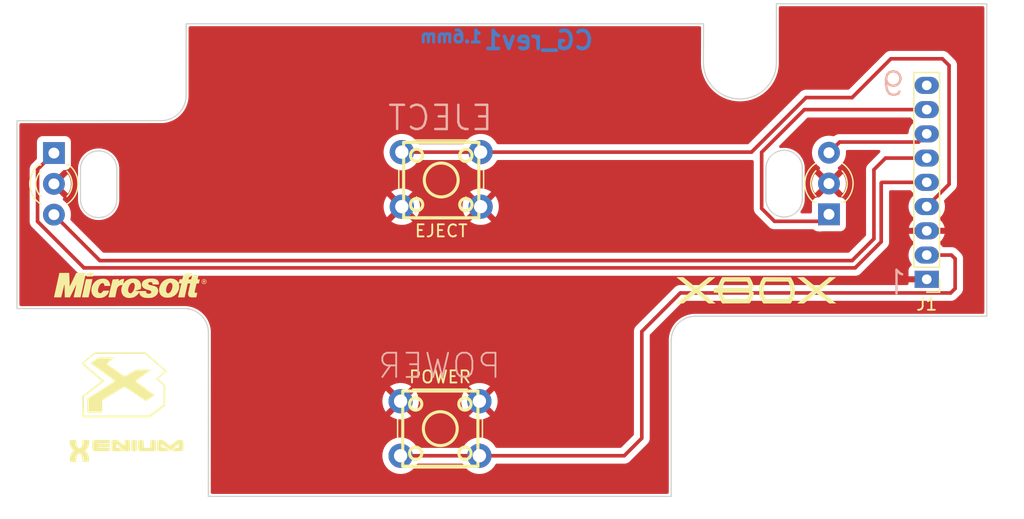
<source format=kicad_pcb>
(kicad_pcb (version 20240108) (generator "pcbnew") (generator_version "8.0")
  (layers (0 "F.Cu" signal) (31 "B.Cu" signal) (34 "B.Paste" user) (35 "F.Paste" user) (36 "B.SilkS" user "B.Silkscreen") (37 "F.SilkS" user "F.Silkscreen") (38 "B.Mask" user) (39 "F.Mask" user) (44 "Edge.Cuts" user))
  (net 0 "")
  (net 1 "Net-(D1-A1)")
  (net 2 "GND")
  (net 3 "Net-(D1-A2)")
  (net 4 "Net-(D2-A1)")
  (net 5 "Net-(J1-Pin_4)")
  (net 6 "Net-(J1-Pin_2)")
  (net 7 "Net-(D2-A2)")
  (footprint "Button_Switch_THT:SW_PUSH_6mm_H4.3mm" (layer "F.Cu") (at 147.51083 94.7 180)
    (property "Reference" "EJECT" (at 3.25 -2 0) (layer "F.SilkS"))
    (property "Value" "SW_Push-EJECT")
    (pad "1" thru_hole circle (at 0 0 270) (size 2 2) (drill 1.1) (layers "*.Cu" "*.Mask") (net 2 "GND"))
    (pad "1" thru_hole circle (at 6.5 0 270) (size 2 2) (drill 1.1) (layers "*.Cu" "*.Mask") (net 2 "GND"))
    (pad "2" thru_hole circle (at 0 4.5 270) (size 2 2) (drill 1.1) (layers "*.Cu" "*.Mask") (net 5 "Net-(J1-Pin_4)"))
    (pad "2" thru_hole circle (at 6.5 4.5 270) (size 2 2) (drill 1.1) (layers "*.Cu" "*.Mask") (net 5 "Net-(J1-Pin_4)"))
  )
  (footprint "LED_THT:LED_D3.0mm-3" (layer "F.Cu") (at 112.30883 90.279 -90)
    (property "Reference" "D1" (hide yes))
    (property "Value" "LED_Dual_AKA - LEFT")
    (pad "1" thru_hole rect (at 0 0 270) (size 1.8 1.8) (drill 0.9) (layers "*.Cu" "*.Mask") (net 1 "Net-(D1-A1)"))
    (pad "2" thru_hole circle (at 2.54 0 270) (size 1.8 1.8) (drill 0.9) (layers "*.Cu" "*.Mask") (net 2 "GND"))
    (pad "3" thru_hole circle (at 5.08 0 270) (size 1.8 1.8) (drill 0.9) (layers "*.Cu" "*.Mask") (net 3 "Net-(D1-A2)"))
  )
  (footprint "LOGO" (layer "F.Cu") (at 118.390611 114.828508)
    (property "Reference" "G***" (hide yes))
    (property "Value" "LOGO" (hide yes))
  )
  (footprint "LOGO" (layer "F.Cu") (at 170.254788 101.693806)
    (property "Reference" "G***" (hide yes))
    (property "Value" "LOGO" (hide yes))
  )
  (footprint "Connector_PinHeader_2.00mm:PinHeader_1x09_P2.00mm_Vertical" (layer "F.Cu") (at 184.31783 100.693 180)
    (property "Reference" "J1" (at 0 -2.06 0) (layer "F.SilkS"))
    (property "Value" "Conn_01x09_Pin")
    (pad "1" thru_hole rect (at 0 0 180) (size 2 1.4) (drill 0.8) (layers "*.Cu" "*.Mask") (net 2 "GND"))
    (pad "2" thru_hole oval (at 0 2 180) (size 2 1.4) (drill 0.8) (layers "*.Cu" "*.Mask") (net 6 "Net-(J1-Pin_2)"))
    (pad "3" thru_hole oval (at 0 4 180) (size 2 1.4) (drill 0.8) (layers "*.Cu" "*.Mask") (net 2 "GND"))
    (pad "4" thru_hole oval (at 0 6 180) (size 2 1.4) (drill 0.8) (layers "*.Cu" "*.Mask") (net 5 "Net-(J1-Pin_4)"))
    (pad "5" thru_hole oval (at 0 8 180) (size 2 1.4) (drill 0.8) (layers "*.Cu" "*.Mask") (net 1 "Net-(D1-A1)"))
    (pad "6" thru_hole oval (at 0 10 180) (size 2 1.4) (drill 0.8) (layers "*.Cu" "*.Mask") (net 3 "Net-(D1-A2)"))
    (pad "7" thru_hole oval (at 0 12 180) (size 2 1.4) (drill 0.8) (layers "*.Cu" "*.Mask") (net 7 "Net-(D2-A2)"))
    (pad "8" thru_hole oval (at 0 14 180) (size 2 1.4) (drill 0.8) (layers "*.Cu" "*.Mask") (net 4 "Net-(D2-A1)"))
    (pad "9" thru_hole oval (at 0 16 180) (size 2 1.4) (drill 0.8) (layers "*.Cu" "*.Mask"))
  )
  (footprint "Button_Switch_THT:SW_PUSH_6mm_H4.3mm" (layer "F.Cu") (at 140.91083 110.75)
    (property "Reference" "POWER" (at 3.25 -2 0) (layer "F.SilkS"))
    (property "Value" "SW_Push Power")
    (pad "1" thru_hole circle (at 0 0 90) (size 2 2) (drill 1.1) (layers "*.Cu" "*.Mask") (net 2 "GND"))
    (pad "1" thru_hole circle (at 6.5 0 90) (size 2 2) (drill 1.1) (layers "*.Cu" "*.Mask") (net 2 "GND"))
    (pad "2" thru_hole circle (at 0 4.5 90) (size 2 2) (drill 1.1) (layers "*.Cu" "*.Mask") (net 6 "Net-(J1-Pin_2)"))
    (pad "2" thru_hole circle (at 6.5 4.5 90) (size 2 2) (drill 1.1) (layers "*.Cu" "*.Mask") (net 6 "Net-(J1-Pin_2)"))
  )
  (footprint "LOGO" (layer "F.Cu") (at 118.15 109.4)
    (property "Reference" "G***" (hide yes))
    (property "Value" "LOGO" (hide yes))
  )
  (footprint "LED_THT:LED_D3.0mm-3" (layer "F.Cu") (at 176.25 95.33 90)
    (property "Reference" "D2" (hide yes))
    (property "Value" "LED_Dual_AKA - Right")
    (pad "1" thru_hole rect (at 0 0 90) (size 1.8 1.8) (drill 0.9) (layers "*.Cu" "*.Mask") (net 4 "Net-(D2-A1)"))
    (pad "2" thru_hole circle (at 2.54 0 90) (size 1.8 1.8) (drill 0.9) (layers "*.Cu" "*.Mask") (net 2 "GND"))
    (pad "3" thru_hole circle (at 5.08 0 90) (size 1.8 1.8) (drill 0.9) (layers "*.Cu" "*.Mask") (net 7 "Net-(D2-A2)"))
  )
  (footprint "LOGO" (layer "F.Cu") (at 118.61083 101.2)
    (property "Reference" "G***" (hide yes))
    (property "Value" "LOGO" (hide yes))
  )
  (gr_line (start 181.23427 85.3768) (end 181.51113 85.46824) (stroke (width 0.2032)) (layer "B.SilkS"))
  (gr_line (start 181.69655 85.46824) (end 181.97341 85.3768) (stroke (width 0.2032)) (layer "B.SilkS"))
  (gr_line (start 181.88197 83.62166) (end 181.60511 83.53022) (stroke (width 0.2032)) (layer "B.SilkS"))
  (gr_line (start 181.82355 99.91322) (end 181.82355 101.85124) (stroke (width 0.2032)) (layer "B.SilkS"))
  (gr_line (start 181.60511 83.53022) (end 181.51113 83.53022) (stroke (width 0.2032)) (layer "B.SilkS"))
  (gr_line (start 182.15883 84.17538) (end 182.15883 84.08394) (stroke (width 0.2032)) (layer "B.SilkS"))
  (gr_line (start 181.60511 84.7291) (end 181.88197 84.63766) (stroke (width 0.2032)) (layer "B.SilkS"))
  (gr_line (start 180.95741 84.63766) (end 181.05139 85.09994) (stroke (width 0.2032)) (layer "B.SilkS"))
  (gr_line (start 181.51113 84.7291) (end 181.60511 84.7291) (stroke (width 0.2032)) (layer "B.SilkS"))
  (gr_line (start 181.23427 84.63766) (end 181.51113 84.7291) (stroke (width 0.2032)) (layer "B.SilkS"))
  (gr_line (start 182.06739 84.45224) (end 182.15883 84.17538) (stroke (width 0.2032)) (layer "B.SilkS"))
  (gr_line (start 181.05139 83.80708) (end 180.95741 84.17538) (stroke (width 0.2032)) (layer "B.SilkS"))
  (gr_line (start 181.05139 85.09994) (end 181.23427 85.3768) (stroke (width 0.2032)) (layer "B.SilkS"))
  (gr_line (start 181.88197 84.63766) (end 182.06739 84.45224) (stroke (width 0.2032)) (layer "B.SilkS"))
  (gr_line (start 180.95741 84.17538) (end 180.95741 84.63766) (stroke (width 0.2032)) (layer "B.SilkS"))
  (gr_line (start 181.05139 84.45224) (end 181.23427 84.63766) (stroke (width 0.2032)) (layer "B.SilkS"))
  (gr_line (start 182.28583 100.28152) (end 182.10041 100.19008) (stroke (width 0.2032)) (layer "B.SilkS"))
  (gr_line (start 181.51113 85.46824) (end 181.69655 85.46824) (stroke (width 0.2032)) (layer "B.SilkS"))
  (gr_line (start 181.97341 85.3768) (end 182.06739 85.19138) (stroke (width 0.2032)) (layer "B.SilkS"))
  (gr_line (start 182.15883 84.08394) (end 182.06739 83.80708) (stroke (width 0.2032)) (layer "B.SilkS"))
  (gr_line (start 181.51113 83.53022) (end 181.23427 83.62166) (stroke (width 0.2032)) (layer "B.SilkS"))
  (gr_line (start 182.10041 100.19008) (end 181.82355 99.91322) (stroke (width 0.2032)) (layer "B.SilkS"))
  (gr_line (start 181.23427 83.62166) (end 181.05139 83.80708) (stroke (width 0.2032)) (layer "B.SilkS"))
  (gr_line (start 180.95741 84.17538) (end 181.05139 84.45224) (stroke (width 0.2032)) (layer "B.SilkS"))
  (gr_line (start 182.06739 83.80708) (end 181.88197 83.62166) (stroke (width 0.2032)) (layer "B.SilkS"))
  (gr_circle (center 142.23003 90.46696) (end 142.73803 90.46696) (stroke (width 0.254)) (fill none) (layer "F.SilkS"))
  (gr_line (start 141.08703 109.9132) (end 147.28463 109.9132) (stroke (width 0.254)) (layer "F.SilkS"))
  (gr_circle (center 144.18583 113.012) (end 145.58283 113.012) (stroke (width 0.254)) (fill none) (layer "F.SilkS"))
  (gr_line (start 141.15702 95.613223) (end 147.35716 95.613223) (stroke (width 0.254)) (layer "F.SilkS"))
  (gr_circle (center 146.29403 90.46696) (end 146.80203 90.46696) (stroke (width 0.254)) (fill none) (layer "F.SilkS"))
  (gr_line (start 147.28717 116.11334) (end 147.28717 109.9132) (stroke (width 0.254)) (layer "F.SilkS"))
  (gr_circle (center 142.15383 115.044) (end 142.66183 115.044) (stroke (width 0.254)) (fill none) (layer "F.SilkS"))
  (gr_line (start 141.16069 89.40016) (end 147.36083 89.40016) (stroke (width 0.254)) (layer "F.SilkS"))
  (gr_line (start 141.16069 89.40016) (end 141.16069 95.6003) (stroke (width 0.254)) (layer "F.SilkS"))
  (gr_circle (center 142.23003 94.53096) (end 142.73803 94.53096) (stroke (width 0.254)) (fill none) (layer "F.SilkS"))
  (gr_circle (center 144.26203 92.49896) (end 145.65903 92.49896) (stroke (width 0.254)) (fill none) (layer "F.SilkS"))
  (gr_circle (center 146.21783 110.98) (end 146.72583 110.98) (stroke (width 0.254)) (fill none) (layer "F.SilkS"))
  (gr_line (start 141.08703 109.9132) (end 141.08703 116.1108) (stroke (width 0.254)) (layer "F.SilkS"))
  (gr_circle (center 142.15383 110.98) (end 142.66183 110.98) (stroke (width 0.254)) (fill none) (layer "F.SilkS"))
  (gr_line (start 147.28463 116.1108) (end 141.08703 116.1108) (stroke (width 0.254)) (layer "F.SilkS"))
  (gr_circle (center 146.21783 115.044) (end 146.72583 115.044) (stroke (width 0.254)) (fill none) (layer "F.SilkS"))
  (gr_circle (center 146.29403 94.53096) (end 146.80203 94.53096) (stroke (width 0.254)) (fill none) (layer "F.SilkS"))
  (gr_line (start 147.36337 95.6003) (end 147.36337 89.40016) (stroke (width 0.254)) (layer "F.SilkS"))
  (gr_arc (start 171.912 82.780803) (mid 168.921445 85.809824) (end 165.892525 82.766511) (stroke (width 0.1)) (layer "Edge.Cuts"))
  (gr_line (start 125.05 118.6) (end 163.23583 118.6) (stroke (width 0.1)) (layer "Edge.Cuts"))
  (gr_line (start 123.215931 85.534558) (end 123.218933 79.611296) (stroke (width 0.1)) (layer "Edge.Cuts"))
  (gr_line (start 165.892525 82.766511) (end 165.90283 79.611) (stroke (width 0.1)) (layer "Edge.Cuts"))
  (gr_line (start 165.23583 103.741) (end 189.27083 103.741) (stroke (width 0.1)) (layer "Edge.Cuts"))
  (gr_line (start 171.912688 77.959696) (end 189.27083 77.96) (stroke (width 0.1)) (layer "Edge.Cuts"))
  (gr_line (start 163.23583 105.741) (end 163.23583 118.6) (stroke (width 0.1)) (layer "Edge.Cuts"))
  (gr_arc (start 117.5 94.1) (mid 116 95.6) (end 114.5 94.1) (stroke (width 0.1)) (layer "Edge.Cuts"))
  (gr_line (start 189.27083 77.96) (end 189.27083 103.741) (stroke (width 0.1)) (layer "Edge.Cuts"))
  (gr_arc (start 174.05 94.05) (mid 172.55 95.55) (end 171.05 94.05) (stroke (width 0.1)) (layer "Edge.Cuts"))
  (gr_line (start 123.218933 79.611296) (end 165.90283 79.611) (stroke (width 0.1)) (layer "Edge.Cuts"))
  (gr_line (start 174.05 94.05) (end 174.05 91.55) (stroke (width 0.1)) (layer "Edge.Cuts"))
  (gr_arc (start 171.05 91.55) (mid 172.55 90.05) (end 174.05 91.55) (stroke (width 0.1)) (layer "Edge.Cuts"))
  (gr_line (start 109.26083 87.612) (end 121.150098 87.603117) (stroke (width 0.1)) (layer "Edge.Cuts"))
  (gr_line (start 109.26083 103.106) (end 109.26083 87.612) (stroke (width 0.1)) (layer "Edge.Cuts"))
  (gr_line (start 125.056 105.100989) (end 125.05 118.6) (stroke (width 0.1)) (layer "Edge.Cuts"))
  (gr_line (start 114.5 94.1) (end 114.5 91.6) (stroke (width 0.1)) (layer "Edge.Cuts"))
  (gr_arc (start 163.23583 105.741) (mid 163.821616 104.326786) (end 165.23583 103.741) (stroke (width 0.1)) (layer "Edge.Cuts"))
  (gr_arc (start 123.215931 85.534558) (mid 122.608998 86.99426) (end 121.150098 87.603117) (stroke (width 0.1)) (layer "Edge.Cuts"))
  (gr_arc (start 123.05503 103.1) (mid 124.470194 103.685797) (end 125.056 105.100989) (stroke (width 0.1)) (layer "Edge.Cuts"))
  (gr_line (start 171.912 82.780803) (end 171.912688 77.959696) (stroke (width 0.1)) (layer "Edge.Cuts"))
  (gr_line (start 171.05 94.05) (end 171.05 91.55) (stroke (width 0.1)) (layer "Edge.Cuts"))
  (gr_line (start 117.5 94.1) (end 117.5 91.6) (stroke (width 0.1)) (layer "Edge.Cuts"))
  (gr_line (start 109.26083 103.106) (end 123.05503 103.1) (stroke (width 0.1)) (layer "Edge.Cuts"))
  (gr_arc (start 114.5 91.6) (mid 116 90.1) (end 117.5 91.6) (stroke (width 0.1)) (layer "Edge.Cuts"))
  (gr_text "CG_rev1" (at 156.96083 81.85 0) (layer "B.Cu") (effects (font (size 1.5 1.5) (thickness 0.3) (bold yes)) (justify left bottom mirror)))
  (gr_text "1.6mm" (at 147.75 81.25 0) (layer "B.Cu") (effects (font (size 1 1) (thickness 0.25) (bold yes)) (justify left bottom mirror)))
  (gr_text "EJECT" (at 148.66083 88.55 0) (layer "B.SilkS") (effects (font (size 2 2) (thickness 0.2) (bold yes)) (justify left bottom mirror)))
  (gr_text "POWER" (at 149.31083 109 0) (layer "B.SilkS") (effects (font (size 2 2)) (justify left bottom mirror)))
  (segment (start 110.95883 95.918189) (end 110.95883 91.629) (width 0.3) (layer "F.Cu") (net 1))
  (segment (start 178.409358 99.75) (end 114.790641 99.75) (width 0.3) (layer "F.Cu") (net 1))
  (segment (start 180.61783 92.693) (end 180.56083 92.75) (width 0.3) (layer "F.Cu") (net 1))
  (segment (start 110.95883 91.629) (end 112.30883 90.279) (width 0.3) (layer "F.Cu") (net 1))
  (segment (start 114.790641 99.75) (end 110.95883 95.918189) (width 0.3) (layer "F.Cu") (net 1))
  (segment (start 184.31783 92.693) (end 180.61783 92.693) (width 0.3) (layer "F.Cu") (net 1))
  (segment (start 180.56083 97.598528) (end 178.409358 99.75) (width 0.3) (layer "F.Cu") (net 1))
  (segment (start 180.56083 92.75) (end 180.56083 97.598528) (width 0.3) (layer "F.Cu") (net 1))
  (segment (start 179.96083 97.35) (end 178.16083 99.15) (width 0.3) (layer "F.Cu") (net 3))
  (segment (start 180.91783 90.693) (end 179.96083 91.65) (width 0.3) (layer "F.Cu") (net 3))
  (segment (start 184.31783 90.693) (end 180.91783 90.693) (width 0.3) (layer "F.Cu") (net 3))
  (segment (start 179.96083 91.65) (end 179.96083 97.35) (width 0.3) (layer "F.Cu") (net 3))
  (segment (start 178.16083 99.15) (end 116.09983 99.15) (width 0.3) (layer "F.Cu") (net 3))
  (segment (start 116.09983 99.15) (end 112.30883 95.359) (width 0.3) (layer "F.Cu") (net 3))
  (segment (start 175.671213 95.908787) (end 176.25 95.33) (width 0.3) (layer "F.Cu") (net 4))
  (segment (start 184.31783 86.693) (end 174.21783 86.693) (width 0.3) (layer "F.Cu") (net 4))
  (segment (start 175.50087 96.1) (end 176.130592 95.470278) (width 0.3) (layer "F.Cu") (net 4))
  (segment (start 175.661491 96.058787) (end 176.25 95.470278) (width 0.3) (layer "F.Cu") (net 4))
  (segment (start 170.698169 90.212661) (end 170.698169 94.848169) (width 0.3) (layer "F.Cu") (net 4))
  (segment (start 171.758787 95.908787) (end 175.671213 95.908787) (width 0.3) (layer "F.Cu") (net 4))
  (segment (start 174.21783 86.693) (end 170.698169 90.212661) (width 0.3) (layer "F.Cu") (net 4))
  (segment (start 170.698169 94.848169) (end 171.758787 95.908787) (width 0.3) (layer "F.Cu") (net 4))
  (segment (start 184.31783 94.693) (end 186.16083 92.85) (width 0.3) (layer "F.Cu") (net 5))
  (segment (start 169.862302 90.2) (end 147.51083 90.2) (width 0.3) (layer "F.Cu") (net 5))
  (segment (start 186.16083 92.85) (end 186.16083 83.05) (width 0.3) (layer "F.Cu") (net 5))
  (segment (start 178.16083 85.7) (end 174.362302 85.7) (width 0.3) (layer "F.Cu") (net 5))
  (segment (start 181.36083 82.5) (end 178.16083 85.7) (width 0.3) (layer "F.Cu") (net 5))
  (segment (start 141.01083 90.2) (end 147.51083 90.2) (width 0.3) (layer "F.Cu") (net 5))
  (segment (start 186.16083 83.05) (end 185.61083 82.5) (width 0.3) (layer "F.Cu") (net 5))
  (segment (start 174.362302 85.7) (end 169.862302 90.2) (width 0.3) (layer "F.Cu") (net 5))
  (segment (start 185.61083 82.5) (end 181.36083 82.5) (width 0.3) (layer "F.Cu") (net 5))
  (segment (start 186.66083 101.45) (end 186.29283 101.818) (width 0.3) (layer "F.Cu") (net 6))
  (segment (start 186.35383 98.693) (end 186.66083 99) (width 0.3) (layer "F.Cu") (net 6))
  (segment (start 163.99283 101.818) (end 160.81083 105) (width 0.3) (layer "F.Cu") (net 6))
  (segment (start 160.81083 113.8) (end 159.36083 115.25) (width 0.3) (layer "F.Cu") (net 6))
  (segment (start 140.91083 115.25) (end 147.41083 115.25) (width 0.3) (layer "F.Cu") (net 6))
  (segment (start 160.81083 105) (end 160.81083 113.8) (width 0.3) (layer "F.Cu") (net 6))
  (segment (start 159.36083 115.25) (end 147.41083 115.25) (width 0.3) (layer "F.Cu") (net 6))
  (segment (start 186.29283 101.818) (end 163.99283 101.818) (width 0.3) (layer "F.Cu") (net 6))
  (segment (start 186.66083 99) (end 186.66083 101.45) (width 0.3) (layer "F.Cu") (net 6))
  (segment (start 184.31783 98.693) (end 186.35383 98.693) (width 0.3) (layer "F.Cu") (net 6))
  (segment (start 184.31783 88.693) (end 183.64283 89.368) (width 0.3) (layer "F.Cu") (net 7))
  (segment (start 183.64283 89.368) (end 177.132 89.368) (width 0.3) (layer "F.Cu") (net 7))
  (segment (start 177.132 89.368) (end 176.25 90.25) (width 0.3) (layer "F.Cu") (net 7))
  (zone (net 2) (net_name "GND") (layer "F.Cu") (connect_pads (clearance 0.5)) (min_thickness 0.25) (fill yes (thermal_gap 0.5) (thermal_bridge_width 0.5))
    (polygon (pts (xy 107.86083 77.75) (xy 192.36083 77.65) (xy 192.36083 120.2) (xy 108.36083 120.45)))
  )
)
</source>
